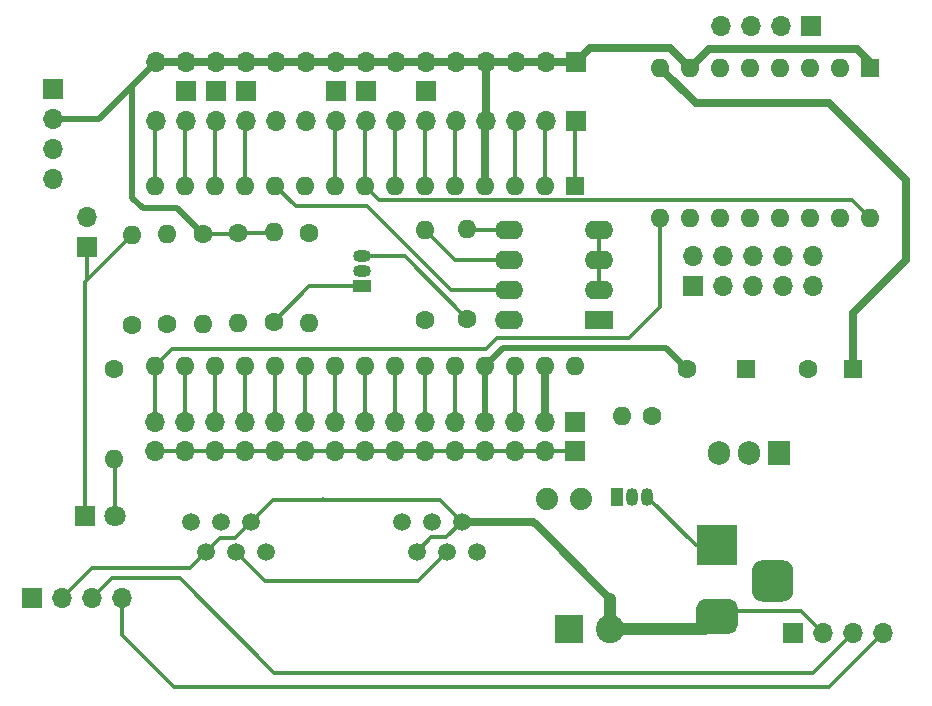
<source format=gbl>
%TF.GenerationSoftware,KiCad,Pcbnew,(5.1.9)-1*%
%TF.CreationDate,2021-12-11T18:31:36-05:00*%
%TF.ProjectId,LN-Stepper_v1_2,4c4e2d53-7465-4707-9065-725f76315f32,rev?*%
%TF.SameCoordinates,Original*%
%TF.FileFunction,Copper,L2,Bot*%
%TF.FilePolarity,Positive*%
%FSLAX46Y46*%
G04 Gerber Fmt 4.6, Leading zero omitted, Abs format (unit mm)*
G04 Created by KiCad (PCBNEW (5.1.9)-1) date 2021-12-11 18:31:36*
%MOMM*%
%LPD*%
G01*
G04 APERTURE LIST*
%TA.AperFunction,ComponentPad*%
%ADD10R,1.700000X1.700000*%
%TD*%
%TA.AperFunction,ComponentPad*%
%ADD11O,1.700000X1.700000*%
%TD*%
%TA.AperFunction,ComponentPad*%
%ADD12O,1.500000X1.050000*%
%TD*%
%TA.AperFunction,ComponentPad*%
%ADD13R,1.500000X1.050000*%
%TD*%
%TA.AperFunction,ComponentPad*%
%ADD14R,3.500000X3.500000*%
%TD*%
%TA.AperFunction,ComponentPad*%
%ADD15O,1.050000X1.500000*%
%TD*%
%TA.AperFunction,ComponentPad*%
%ADD16R,1.050000X1.500000*%
%TD*%
%TA.AperFunction,ComponentPad*%
%ADD17C,1.498600*%
%TD*%
%TA.AperFunction,ComponentPad*%
%ADD18O,1.600000X1.600000*%
%TD*%
%TA.AperFunction,ComponentPad*%
%ADD19C,1.600000*%
%TD*%
%TA.AperFunction,ComponentPad*%
%ADD20R,1.600000X1.600000*%
%TD*%
%TA.AperFunction,ComponentPad*%
%ADD21C,1.879600*%
%TD*%
%TA.AperFunction,ComponentPad*%
%ADD22R,2.400000X1.600000*%
%TD*%
%TA.AperFunction,ComponentPad*%
%ADD23O,2.400000X1.600000*%
%TD*%
%TA.AperFunction,ComponentPad*%
%ADD24R,1.800000X1.800000*%
%TD*%
%TA.AperFunction,ComponentPad*%
%ADD25C,1.800000*%
%TD*%
%TA.AperFunction,ComponentPad*%
%ADD26R,1.905000X2.000000*%
%TD*%
%TA.AperFunction,ComponentPad*%
%ADD27O,1.905000X2.000000*%
%TD*%
%TA.AperFunction,ComponentPad*%
%ADD28R,2.400000X2.400000*%
%TD*%
%TA.AperFunction,ComponentPad*%
%ADD29C,2.400000*%
%TD*%
%TA.AperFunction,Conductor*%
%ADD30C,0.350000*%
%TD*%
%TA.AperFunction,Conductor*%
%ADD31C,0.700000*%
%TD*%
%TA.AperFunction,Conductor*%
%ADD32C,1.000000*%
%TD*%
%TA.AperFunction,Conductor*%
%ADD33C,0.500000*%
%TD*%
G04 APERTURE END LIST*
D10*
X120150000Y-91650000D03*
D11*
X120150000Y-89110000D03*
D12*
X143500000Y-93730000D03*
X143500000Y-92460000D03*
D13*
X143500000Y-95000000D03*
%TA.AperFunction,ComponentPad*%
G36*
G01*
X179115000Y-121710000D02*
X177365000Y-121710000D01*
G75*
G02*
X176490000Y-120835000I0J875000D01*
G01*
X176490000Y-119085000D01*
G75*
G02*
X177365000Y-118210000I875000J0D01*
G01*
X179115000Y-118210000D01*
G75*
G02*
X179990000Y-119085000I0J-875000D01*
G01*
X179990000Y-120835000D01*
G75*
G02*
X179115000Y-121710000I-875000J0D01*
G01*
G37*
%TD.AperFunction*%
%TA.AperFunction,ComponentPad*%
G36*
G01*
X174540000Y-124460000D02*
X172540000Y-124460000D01*
G75*
G02*
X171790000Y-123710000I0J750000D01*
G01*
X171790000Y-122210000D01*
G75*
G02*
X172540000Y-121460000I750000J0D01*
G01*
X174540000Y-121460000D01*
G75*
G02*
X175290000Y-122210000I0J-750000D01*
G01*
X175290000Y-123710000D01*
G75*
G02*
X174540000Y-124460000I-750000J0D01*
G01*
G37*
%TD.AperFunction*%
D14*
X173540000Y-116960000D03*
D15*
X166370000Y-112880000D03*
X167640000Y-112880000D03*
D16*
X165100000Y-112880000D03*
D17*
X153206000Y-117493600D03*
X146856000Y-114953600D03*
X151936000Y-114953600D03*
X148126000Y-117493600D03*
X149396000Y-114953600D03*
X150666000Y-117493600D03*
D18*
X165460000Y-106000000D03*
D19*
X168000000Y-106000000D03*
D18*
X125980000Y-101740000D03*
X125980000Y-86500000D03*
X161540000Y-101740000D03*
X128520000Y-86500000D03*
X159000000Y-101740000D03*
X131060000Y-86500000D03*
X156460000Y-101740000D03*
X133600000Y-86500000D03*
X153920000Y-101740000D03*
X136140000Y-86500000D03*
X151380000Y-101740000D03*
X138680000Y-86500000D03*
X148840000Y-101740000D03*
X141220000Y-86500000D03*
X146300000Y-101740000D03*
X143760000Y-86500000D03*
X143760000Y-101740000D03*
X146300000Y-86500000D03*
X141220000Y-101740000D03*
X148840000Y-86500000D03*
X138680000Y-101740000D03*
X151380000Y-86500000D03*
X136140000Y-101740000D03*
X153920000Y-86500000D03*
X133600000Y-101740000D03*
X156460000Y-86500000D03*
X131060000Y-101740000D03*
X159000000Y-86500000D03*
X128520000Y-101740000D03*
D20*
X161540000Y-86500000D03*
D17*
X135355000Y-117490000D03*
X129005000Y-114950000D03*
X134085000Y-114950000D03*
X130275000Y-117490000D03*
X131545000Y-114950000D03*
X132815000Y-117490000D03*
D21*
X159102200Y-113000000D03*
X161997800Y-113000000D03*
D22*
X163560000Y-97883200D03*
D23*
X155940000Y-90263200D03*
X163560000Y-95343200D03*
X155940000Y-92803200D03*
X163560000Y-92803200D03*
X155940000Y-95343200D03*
X163560000Y-90263200D03*
X155940000Y-97883200D03*
D24*
X120000000Y-114500000D03*
D25*
X122540000Y-114500000D03*
D11*
X125940000Y-109000000D03*
X128480000Y-109000000D03*
X131020000Y-109000000D03*
X133560000Y-109000000D03*
X136100000Y-109000000D03*
X138640000Y-109000000D03*
X141180000Y-109000000D03*
X143720000Y-109000000D03*
X146260000Y-109000000D03*
X148800000Y-109000000D03*
X151340000Y-109000000D03*
X153880000Y-109000000D03*
X156420000Y-109000000D03*
X158960000Y-109000000D03*
D10*
X161500000Y-109000000D03*
D11*
X125940000Y-106500000D03*
X128480000Y-106500000D03*
X131020000Y-106500000D03*
X133560000Y-106500000D03*
X136100000Y-106500000D03*
X138640000Y-106500000D03*
X141180000Y-106500000D03*
X143720000Y-106500000D03*
X146260000Y-106500000D03*
X148800000Y-106500000D03*
X151340000Y-106500000D03*
X153880000Y-106500000D03*
X156420000Y-106500000D03*
X158960000Y-106500000D03*
D10*
X161500000Y-106500000D03*
X161601600Y-81000000D03*
D11*
X159061600Y-81000000D03*
X156521600Y-81000000D03*
X153981600Y-81000000D03*
X151441600Y-81000000D03*
X148901600Y-81000000D03*
X146361600Y-81000000D03*
X143821600Y-81000000D03*
X141281600Y-81000000D03*
X138741600Y-81000000D03*
X136201600Y-81000000D03*
X133661600Y-81000000D03*
X131121600Y-81000000D03*
X128581600Y-81000000D03*
X126041600Y-81000000D03*
D10*
X161601600Y-75988400D03*
D11*
X159061600Y-75988400D03*
X156521600Y-75988400D03*
X153981600Y-75988400D03*
X151441600Y-75988400D03*
X148901600Y-75988400D03*
X146361600Y-75988400D03*
X143821600Y-75988400D03*
X141281600Y-75988400D03*
X138741600Y-75988400D03*
X136201600Y-75988400D03*
X133661600Y-75988400D03*
X131121600Y-75988400D03*
X128581600Y-75988400D03*
X126041600Y-75988400D03*
D10*
X141296000Y-78477600D03*
X133676000Y-78477600D03*
X131136000Y-78500000D03*
X128596000Y-78503000D03*
X143810600Y-78477600D03*
X148916000Y-78500000D03*
D18*
X136000000Y-90380000D03*
D19*
X136000000Y-98000000D03*
X130000000Y-90568000D03*
D18*
X130000000Y-98188000D03*
X148789000Y-90237800D03*
D19*
X148789000Y-97857800D03*
X133000000Y-90500000D03*
D18*
X133000000Y-98120000D03*
D19*
X124000000Y-98270000D03*
D18*
X124000000Y-90650000D03*
D19*
X139000000Y-90466400D03*
D18*
X139000000Y-98086400D03*
X127000000Y-90610000D03*
D19*
X127000000Y-98230000D03*
X122500000Y-102000000D03*
D18*
X122500000Y-109620000D03*
D20*
X186500000Y-76500000D03*
D18*
X168720000Y-89200000D03*
X183960000Y-76500000D03*
X171260000Y-89200000D03*
X181420000Y-76500000D03*
X173800000Y-89200000D03*
X178880000Y-76500000D03*
X176340000Y-89200000D03*
X176340000Y-76500000D03*
X178880000Y-89200000D03*
X173800000Y-76500000D03*
X181420000Y-89200000D03*
X171260000Y-76500000D03*
X183960000Y-89200000D03*
X168720000Y-76500000D03*
X186500000Y-89200000D03*
D20*
X185000000Y-102000000D03*
D19*
X181200000Y-102000000D03*
D20*
X176000000Y-102000000D03*
D19*
X171000000Y-102000000D03*
D10*
X181500000Y-73000000D03*
D11*
X178960000Y-73000000D03*
X176420000Y-73000000D03*
X173880000Y-73000000D03*
D26*
X178800000Y-109140000D03*
D27*
X176260000Y-109140000D03*
X173720000Y-109140000D03*
D28*
X161000000Y-124000000D03*
D29*
X164500000Y-124000000D03*
D10*
X171500000Y-95000000D03*
D11*
X171500000Y-92460000D03*
X174040000Y-95000000D03*
X174040000Y-92460000D03*
X176580000Y-95000000D03*
X176580000Y-92460000D03*
X179120000Y-95000000D03*
X179120000Y-92460000D03*
X181660000Y-95000000D03*
X181660000Y-92460000D03*
D19*
X152390000Y-97780000D03*
D18*
X152390000Y-90160000D03*
D10*
X117310000Y-78290000D03*
D11*
X117310000Y-80830000D03*
X117310000Y-83370000D03*
X117310000Y-85910000D03*
X123170000Y-121410000D03*
X120630000Y-121410000D03*
X118090000Y-121410000D03*
D10*
X115550000Y-121410000D03*
X179980000Y-124360000D03*
D11*
X182520000Y-124360000D03*
X185060000Y-124360000D03*
X187600000Y-124360000D03*
D30*
X130275000Y-117490000D02*
X131415000Y-116350000D01*
X132685000Y-116350000D02*
X134085000Y-114950000D01*
X131415000Y-116350000D02*
X132685000Y-116350000D01*
X148126000Y-117493600D02*
X149339600Y-116280000D01*
X150609600Y-116280000D02*
X151936000Y-114953600D01*
X149339600Y-116280000D02*
X150609600Y-116280000D01*
X134085000Y-114950000D02*
X135957000Y-113078000D01*
X150060400Y-113078000D02*
X151936000Y-114953600D01*
X140156800Y-113027200D02*
X140106000Y-113078000D01*
X140106000Y-113078000D02*
X150060400Y-113078000D01*
X135957000Y-113078000D02*
X140106000Y-113078000D01*
X158960000Y-101780000D02*
X159000000Y-101740000D01*
D31*
X158960000Y-106500000D02*
X158960000Y-101780000D01*
X161387400Y-75988400D02*
X125827400Y-75988400D01*
X153920000Y-86500000D02*
X153920000Y-81040000D01*
X151936000Y-114953600D02*
X157953600Y-114953600D01*
D32*
X164500000Y-121500000D02*
X164500000Y-124000000D01*
D31*
X172500000Y-124000000D02*
X173540000Y-122960000D01*
D32*
X164500000Y-124000000D02*
X172500000Y-124000000D01*
D30*
X163560000Y-90263200D02*
X163560000Y-92803200D01*
X163560000Y-95343200D02*
X163560000Y-92803200D01*
D31*
X161601600Y-75988400D02*
X162790000Y-74800000D01*
X169560000Y-74800000D02*
X171260000Y-76500000D01*
X162790000Y-74800000D02*
X169560000Y-74800000D01*
D30*
X186500000Y-76500000D02*
X186500000Y-76000000D01*
D31*
X186500000Y-76000000D02*
X185400000Y-74900000D01*
X172860000Y-74900000D02*
X171260000Y-76500000D01*
X185400000Y-74900000D02*
X172860000Y-74900000D01*
D30*
X157953600Y-114921402D02*
X157953600Y-114953600D01*
D33*
X130000000Y-90568000D02*
X127832000Y-88400000D01*
X127832000Y-88400000D02*
X124900000Y-88400000D01*
X124900000Y-88400000D02*
X124000000Y-87500000D01*
X124000000Y-78030000D02*
X126041600Y-75988400D01*
X124000000Y-87500000D02*
X124000000Y-78030000D01*
D30*
X132932000Y-90568000D02*
X133000000Y-90500000D01*
X130000000Y-90568000D02*
X132932000Y-90568000D01*
X135880000Y-90500000D02*
X136000000Y-90380000D01*
X133000000Y-90500000D02*
X135880000Y-90500000D01*
D31*
X158250000Y-115250000D02*
X164500000Y-121500000D01*
X157953600Y-114953600D02*
X158250000Y-115250000D01*
X153981600Y-81000000D02*
X153981600Y-75988400D01*
D30*
X173540000Y-122960000D02*
X173540000Y-122610000D01*
X173540000Y-122610000D02*
X173690000Y-122460000D01*
X173540000Y-122960000D02*
X173540000Y-122840000D01*
X173540000Y-122840000D02*
X173880000Y-122500000D01*
X180660000Y-122500000D02*
X182520000Y-124360000D01*
X173880000Y-122500000D02*
X180660000Y-122500000D01*
D33*
X121200000Y-80830000D02*
X126041600Y-75988400D01*
X117310000Y-80830000D02*
X121200000Y-80830000D01*
D30*
X118090000Y-121410000D02*
X120630000Y-118870000D01*
X128895000Y-118870000D02*
X130275000Y-117490000D01*
X120630000Y-118870000D02*
X128895000Y-118870000D01*
X139000000Y-95000000D02*
X136000000Y-98000000D01*
X143500000Y-95000000D02*
X139000000Y-95000000D01*
X120000000Y-94650000D02*
X124000000Y-90650000D01*
X120000000Y-114500000D02*
X120000000Y-94650000D01*
X137840000Y-88200000D02*
X136140000Y-86500000D01*
X143900000Y-88200000D02*
X137840000Y-88200000D01*
X151043200Y-95343200D02*
X143900000Y-88200000D01*
X155940000Y-95343200D02*
X151043200Y-95343200D01*
X120150000Y-94500000D02*
X120000000Y-94650000D01*
X120150000Y-91650000D02*
X120150000Y-94500000D01*
X139000000Y-86820000D02*
X138680000Y-86500000D01*
X148814400Y-97883200D02*
X148789000Y-97857800D01*
D31*
X153880000Y-101780000D02*
X153920000Y-101740000D01*
D33*
X153880000Y-106500000D02*
X153880000Y-101780000D01*
D30*
X132815000Y-117490000D02*
X135261000Y-119936000D01*
X148223600Y-119936000D02*
X150666000Y-117493600D01*
X135261000Y-119936000D02*
X148223600Y-119936000D01*
X147070000Y-92460000D02*
X152390000Y-97780000D01*
X143510000Y-92460000D02*
X147070000Y-92460000D01*
X152493200Y-90263200D02*
X152390000Y-90160000D01*
X155940000Y-90263200D02*
X152493200Y-90263200D01*
X151354400Y-92803200D02*
X148789000Y-90237800D01*
X155940000Y-92803200D02*
X151354400Y-92803200D01*
X122540000Y-109660000D02*
X122500000Y-109620000D01*
X122540000Y-114500000D02*
X122540000Y-109660000D01*
X161500000Y-109000000D02*
X125940000Y-109000000D01*
X138680000Y-81040000D02*
X138640000Y-81000000D01*
X125940000Y-101780000D02*
X125980000Y-101740000D01*
X125940000Y-106500000D02*
X125940000Y-101780000D01*
X168720000Y-96780000D02*
X168720000Y-89200000D01*
X166100000Y-99400000D02*
X168720000Y-96780000D01*
X154900000Y-99400000D02*
X166100000Y-99400000D01*
X154000000Y-100300000D02*
X154900000Y-99400000D01*
X127420000Y-100300000D02*
X154000000Y-100300000D01*
X125980000Y-101740000D02*
X127420000Y-100300000D01*
X146300000Y-81040000D02*
X146260000Y-81000000D01*
X146300000Y-86500000D02*
X146300000Y-81040000D01*
X171720000Y-116960000D02*
X167640000Y-112880000D01*
X173540000Y-116960000D02*
X171720000Y-116960000D01*
D31*
X185000000Y-102000000D02*
X185000000Y-97300000D01*
X185000000Y-97300000D02*
X189500000Y-92800000D01*
X189500000Y-92800000D02*
X189500000Y-86000000D01*
X189500000Y-86000000D02*
X183000000Y-79500000D01*
X171720000Y-79500000D02*
X168720000Y-76500000D01*
X183000000Y-79500000D02*
X171720000Y-79500000D01*
D30*
X143760000Y-81040000D02*
X143720000Y-81000000D01*
X143760000Y-86500000D02*
X143760000Y-81040000D01*
X184975001Y-87675001D02*
X186500000Y-89200000D01*
X144935001Y-87675001D02*
X184975001Y-87675001D01*
X143760000Y-86500000D02*
X144935001Y-87675001D01*
X125940000Y-86460000D02*
X125980000Y-86500000D01*
X125940000Y-81000000D02*
X125940000Y-86460000D01*
X161500000Y-101780000D02*
X161540000Y-101740000D01*
X128480000Y-86460000D02*
X128520000Y-86500000D01*
X128480000Y-81000000D02*
X128480000Y-86460000D01*
X131020000Y-86460000D02*
X131060000Y-86500000D01*
X131020000Y-81000000D02*
X131020000Y-86460000D01*
X156420000Y-101780000D02*
X156460000Y-101740000D01*
X156420000Y-106500000D02*
X156420000Y-101780000D01*
X133600000Y-81040000D02*
X133560000Y-81000000D01*
X133600000Y-86500000D02*
X133600000Y-81040000D01*
X151340000Y-101780000D02*
X151380000Y-101740000D01*
X151340000Y-106500000D02*
X151340000Y-101780000D01*
X148800000Y-101780000D02*
X148840000Y-101740000D01*
X148800000Y-106500000D02*
X148800000Y-101780000D01*
X141220000Y-81061600D02*
X141281600Y-81000000D01*
X141220000Y-86500000D02*
X141220000Y-81061600D01*
X146260000Y-101780000D02*
X146300000Y-101740000D01*
X146260000Y-106500000D02*
X146260000Y-101780000D01*
X143720000Y-101780000D02*
X143760000Y-101740000D01*
X143720000Y-106500000D02*
X143720000Y-101780000D01*
X141180000Y-101780000D02*
X141220000Y-101740000D01*
X141180000Y-106500000D02*
X141180000Y-101780000D01*
X148840000Y-81040000D02*
X148800000Y-81000000D01*
X148840000Y-86500000D02*
X148840000Y-81040000D01*
X138640000Y-101780000D02*
X138680000Y-101740000D01*
X138640000Y-106500000D02*
X138640000Y-101780000D01*
X151380000Y-81040000D02*
X151340000Y-81000000D01*
X151380000Y-86500000D02*
X151380000Y-81040000D01*
X136100000Y-101780000D02*
X136140000Y-101740000D01*
X136100000Y-106500000D02*
X136100000Y-101780000D01*
X133560000Y-101780000D02*
X133600000Y-101740000D01*
X133560000Y-106500000D02*
X133560000Y-101780000D01*
X156460000Y-81040000D02*
X156420000Y-81000000D01*
X156460000Y-86500000D02*
X156460000Y-81040000D01*
X131020000Y-101780000D02*
X131060000Y-101740000D01*
X131020000Y-106500000D02*
X131020000Y-101780000D01*
X159000000Y-81040000D02*
X158960000Y-81000000D01*
X159000000Y-86500000D02*
X159000000Y-81040000D01*
X128480000Y-101780000D02*
X128520000Y-101740000D01*
X128480000Y-106500000D02*
X128480000Y-101780000D01*
X161540000Y-81040000D02*
X161500000Y-81000000D01*
X161540000Y-86500000D02*
X161540000Y-81040000D01*
D33*
X153920000Y-101740000D02*
X155430000Y-100230000D01*
X169230000Y-100230000D02*
X171000000Y-102000000D01*
X155430000Y-100230000D02*
X169230000Y-100230000D01*
D30*
X123170000Y-121410000D02*
X123170000Y-124540000D01*
X123170000Y-124540000D02*
X127580000Y-128950000D01*
X183010000Y-128950000D02*
X187600000Y-124360000D01*
X127580000Y-128950000D02*
X183010000Y-128950000D01*
X120630000Y-121410000D02*
X122290000Y-119750000D01*
X122290000Y-119750000D02*
X128040000Y-119750000D01*
X128040000Y-119750000D02*
X136040000Y-127750000D01*
X181670000Y-127750000D02*
X185060000Y-124360000D01*
X136040000Y-127750000D02*
X181670000Y-127750000D01*
M02*

</source>
